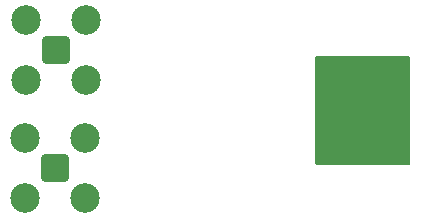
<source format=gts>
G04 #@! TF.GenerationSoftware,KiCad,Pcbnew,7.0.7*
G04 #@! TF.CreationDate,2023-11-07T16:40:15+01:00*
G04 #@! TF.ProjectId,semkicker01,73656d6b-6963-46b6-9572-30312e6b6963,rev?*
G04 #@! TF.SameCoordinates,Original*
G04 #@! TF.FileFunction,Soldermask,Top*
G04 #@! TF.FilePolarity,Negative*
%FSLAX46Y46*%
G04 Gerber Fmt 4.6, Leading zero omitted, Abs format (unit mm)*
G04 Created by KiCad (PCBNEW 7.0.7) date 2023-11-07 16:40:15*
%MOMM*%
%LPD*%
G01*
G04 APERTURE LIST*
G04 Aperture macros list*
%AMRoundRect*
0 Rectangle with rounded corners*
0 $1 Rounding radius*
0 $2 $3 $4 $5 $6 $7 $8 $9 X,Y pos of 4 corners*
0 Add a 4 corners polygon primitive as box body*
4,1,4,$2,$3,$4,$5,$6,$7,$8,$9,$2,$3,0*
0 Add four circle primitives for the rounded corners*
1,1,$1+$1,$2,$3*
1,1,$1+$1,$4,$5*
1,1,$1+$1,$6,$7*
1,1,$1+$1,$8,$9*
0 Add four rect primitives between the rounded corners*
20,1,$1+$1,$2,$3,$4,$5,0*
20,1,$1+$1,$4,$5,$6,$7,0*
20,1,$1+$1,$6,$7,$8,$9,0*
20,1,$1+$1,$8,$9,$2,$3,0*%
G04 Aperture macros list end*
%ADD10RoundRect,0.200100X0.949900X-0.949900X0.949900X0.949900X-0.949900X0.949900X-0.949900X-0.949900X0*%
%ADD11C,2.500000*%
G04 APERTURE END LIST*
D10*
X134000000Y-85000000D03*
D11*
X131460000Y-87540000D03*
X136540000Y-87540000D03*
X131460000Y-82460000D03*
X136540000Y-82460000D03*
D10*
X133960000Y-95000000D03*
D11*
X131420000Y-97540000D03*
X136500000Y-97540000D03*
X131420000Y-92460000D03*
X136500000Y-92460000D03*
G36*
X163943039Y-85519685D02*
G01*
X163988794Y-85572489D01*
X164000000Y-85624000D01*
X164000000Y-94626000D01*
X163980315Y-94693039D01*
X163927511Y-94738794D01*
X163876000Y-94750000D01*
X156124000Y-94750000D01*
X156056961Y-94730315D01*
X156011206Y-94677511D01*
X156000000Y-94626000D01*
X156000000Y-85624000D01*
X156019685Y-85556961D01*
X156072489Y-85511206D01*
X156124000Y-85500000D01*
X163876000Y-85500000D01*
X163943039Y-85519685D01*
G37*
M02*

</source>
